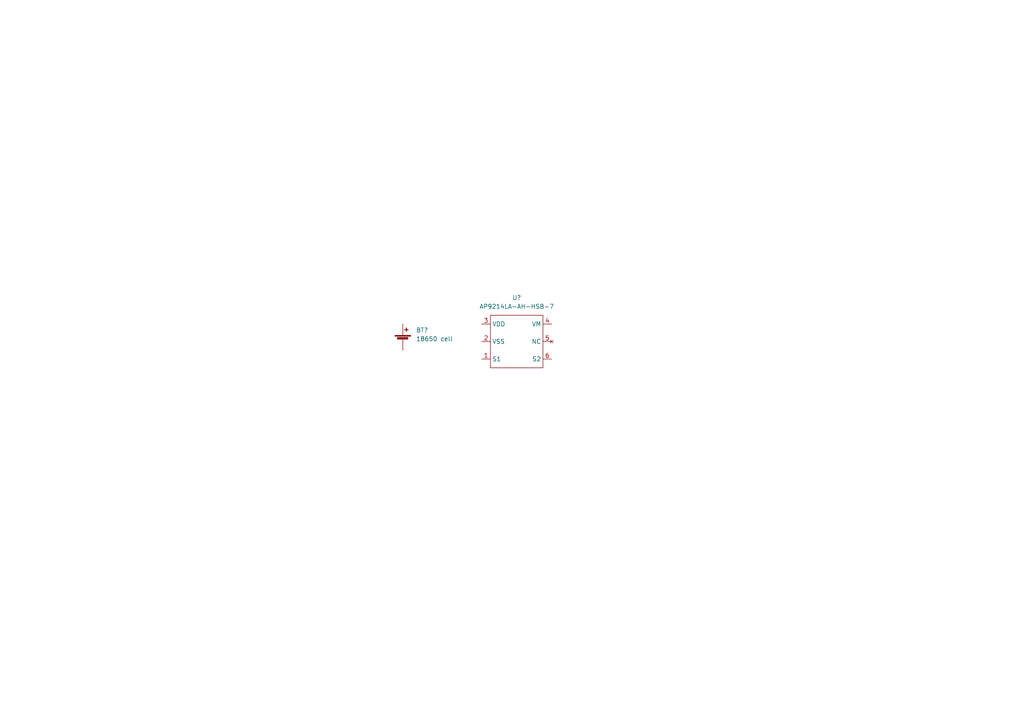
<source format=kicad_sch>
(kicad_sch (version 20211123) (generator eeschema)
  (paper "A4")
  (lib_symbols
    (symbol "18650_Plugger:AP9214LA-AH-HSB-7"
      (property "Reference" "U" (at 0 -8.89 0))
      (property "Value" "AP9214LA-AH-HSB-7" (at 0 8.89 0))
      (symbol "AP9214LA-AH-HSB-7_0_1"
        (rectangle (start -7.62 7.62) (end 7.62 -7.62) (stroke (width 0.1524)))
      )
      (symbol "AP9214LA-AH-HSB-7_1_1"
        (pin input line (at -10.16 5.08 0) (length 2.54) (name "S1") (number "1"))
        (pin power_in line (at -10.16 0 0) (length 2.54) (name "VSS") (number "2"))
        (pin power_in line (at -10.16 -5.08 0) (length 2.54) (name "VDD") (number "3"))
        (pin input line (at 10.16 -5.08 180) (length 2.54) (name "VM") (number "4"))
        (pin no_connect line (at 10.16 0 180) (length 2.54) (name "NC") (number "5"))
        (pin input line (at 10.16 5.08 180) (length 2.54) (name "S2") (number "6"))
      )
    )
    (symbol "Device:Battery_Cell" (pin_numbers hide) (pin_names (offset 0) hide)
      (property "Reference" "BT" (at 2.54 2.54 0))
      (property "Value" "Battery_Cell" (at 2.54 0 0))
      (symbol "Battery_Cell_0_1"
        (rectangle (start -2.286 1.778) (end 2.286 1.524) (fill (type outline)))
        (rectangle (start -1.5748 1.1938) (end 1.4732 0.6858) (fill (type outline)))
        (polyline (pts (xy 0 0.762) (xy 0 0)))
        (polyline (pts (xy 0 1.778) (xy 0 2.54)))
        (polyline (pts (xy 0.508 3.429) (xy 1.524 3.429)) (stroke (width 0.254)))
        (polyline (pts (xy 1.016 3.937) (xy 1.016 2.921)) (stroke (width 0.254)))
      )
      (symbol "Battery_Cell_1_1"
        (pin passive line (at 0 5.08 270) (length 2.54) (name "+") (number "1"))
        (pin passive line (at 0 -2.54 90) (length 2.54) (name "-") (number "2"))
      )
    )
  )
  (symbol (lib_id "18650_Plugger:AP9214LA-AH-HSB-7") (at 149.86 99.06 0) (mirror x) (unit 1)
    (property "Reference" "U?" (at 149.86 86.36 0))
    (property "Value" "AP9214LA-AH-HSB-7" (at 149.86 88.9 0))
  )
  (symbol (lib_id "Device:Battery_Cell") (at 116.84 99.06 0) (unit 1)
    (property "Reference" "BT?" (at 120.65 95.7579 0) (effects (justify left)))
    (property "Value" "18650 cell" (at 120.65 98.2979 0) (effects (justify left)))
  )
)
</source>
